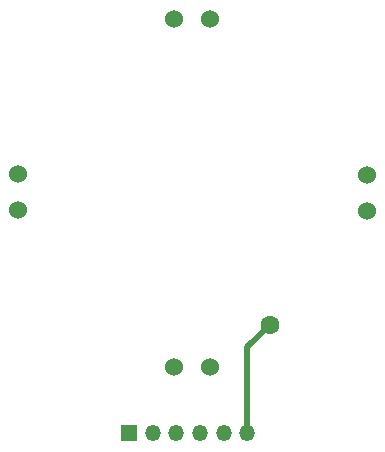
<source format=gbr>
%TF.GenerationSoftware,KiCad,Pcbnew,(5.1.10)-1*%
%TF.CreationDate,2021-07-29T21:44:00-04:00*%
%TF.ProjectId,Test,54657374-2e6b-4696-9361-645f70636258,v01*%
%TF.SameCoordinates,Original*%
%TF.FileFunction,Copper,L2,Bot*%
%TF.FilePolarity,Positive*%
%FSLAX46Y46*%
G04 Gerber Fmt 4.6, Leading zero omitted, Abs format (unit mm)*
G04 Created by KiCad (PCBNEW (5.1.10)-1) date 2021-07-29 21:44:00*
%MOMM*%
%LPD*%
G01*
G04 APERTURE LIST*
%TA.AperFunction,ComponentPad*%
%ADD10C,1.524000*%
%TD*%
%TA.AperFunction,ComponentPad*%
%ADD11R,1.350000X1.350000*%
%TD*%
%TA.AperFunction,ComponentPad*%
%ADD12O,1.350000X1.350000*%
%TD*%
%TA.AperFunction,ViaPad*%
%ADD13C,1.600000*%
%TD*%
%TA.AperFunction,Conductor*%
%ADD14C,0.500000*%
%TD*%
G04 APERTURE END LIST*
D10*
%TO.P,R8,1*%
%TO.N,Net-(J1-Pad1)*%
X152021540Y-91089480D03*
%TO.P,R8,2*%
%TO.N,Net-(J1-Pad2)*%
X148973540Y-91089480D03*
%TD*%
%TO.P,R6,2*%
%TO.N,Net-(J1-Pad4)*%
X165272720Y-107309920D03*
%TO.P,R6,1*%
%TO.N,Net-(J1-Pad1)*%
X165272720Y-104261920D03*
%TD*%
%TO.P,R5,2*%
%TO.N,Net-(J1-Pad5)*%
X152019000Y-120543320D03*
%TO.P,R5,1*%
%TO.N,Net-(J1-Pad1)*%
X148971000Y-120543320D03*
%TD*%
%TO.P,R7,1*%
%TO.N,Net-(J1-Pad1)*%
X135745220Y-104208580D03*
%TO.P,R7,2*%
%TO.N,Net-(J1-Pad3)*%
X135745220Y-107256580D03*
%TD*%
D11*
%TO.P,J1,1*%
%TO.N,Net-(J1-Pad1)*%
X145134580Y-126121160D03*
D12*
%TO.P,J1,2*%
%TO.N,Net-(J1-Pad2)*%
X147134580Y-126121160D03*
%TO.P,J1,3*%
%TO.N,Net-(J1-Pad3)*%
X149134580Y-126121160D03*
%TO.P,J1,4*%
%TO.N,Net-(J1-Pad4)*%
X151134580Y-126121160D03*
%TO.P,J1,5*%
%TO.N,Net-(J1-Pad5)*%
X153134580Y-126121160D03*
%TO.P,J1,6*%
%TO.N,Net-(J1-Pad6)*%
X155134580Y-126121160D03*
%TD*%
D13*
%TO.N,Net-(J1-Pad6)*%
X157065980Y-116918740D03*
%TD*%
D14*
%TO.N,Net-(J1-Pad6)*%
X155134580Y-126121160D02*
X155134580Y-119045720D01*
X155134580Y-119045720D02*
X155134580Y-118850140D01*
X155134580Y-118850140D02*
X157065980Y-116918740D01*
X157065980Y-116918740D02*
X157065980Y-116918740D01*
%TD*%
M02*

</source>
